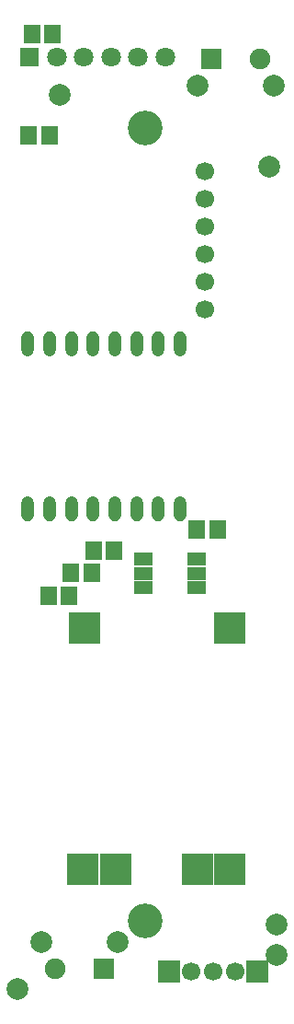
<source format=gbr>
G04 DipTrace 3.1.0.1*
G04 BottomMask.gbr*
%MOIN*%
G04 #@! TF.FileFunction,Soldermask,Bot*
G04 #@! TF.Part,Single*
%AMOUTLINE0*
4,1,20,
0.022461,0.044902,
0.021113,0.052585,
0.017218,0.059344,
0.011247,0.064364,
0.00392,0.067037,
-0.003881,0.067045,
-0.011214,0.064382,
-0.017193,0.059374,
-0.0211,0.052622,
-0.022461,0.044941,
-0.022461,0.00002,
-0.021113,-0.007664,
-0.017218,-0.014423,
-0.011247,-0.019442,
-0.00392,-0.022115,
0.003881,-0.022123,
0.011214,-0.019461,
0.017193,-0.014453,
0.0211,-0.007701,
0.022461,-0.00002,
0.022461,0.044902,
0*%
%AMOUTLINE1*
4,1,20,
-0.022461,-0.044902,
-0.021113,-0.052585,
-0.017218,-0.059344,
-0.011247,-0.064364,
-0.00392,-0.067037,
0.003881,-0.067045,
0.011214,-0.064382,
0.017193,-0.059374,
0.0211,-0.052622,
0.022461,-0.044941,
0.022461,-0.00002,
0.021113,0.007664,
0.017218,0.014423,
0.011247,0.019442,
0.00392,0.022115,
-0.003881,0.022123,
-0.011214,0.019461,
-0.017193,0.014453,
-0.0211,0.007701,
-0.022461,0.00002,
-0.022461,-0.044902,
0*%
%ADD31R,0.070866X0.070866*%
%ADD33C,0.066929*%
%ADD34C,0.070866*%
%ADD40C,0.07874*%
%ADD49R,0.066929X0.047244*%
%ADD51R,0.114173X0.114173*%
%ADD54C,0.07874*%
%ADD55C,0.074803*%
%ADD56R,0.074803X0.074803*%
%ADD58R,0.07874X0.07874*%
%ADD60C,0.125984*%
%ADD62C,0.125984*%
%ADD68R,0.059055X0.066929*%
%ADD78OUTLINE0*%
%ADD79OUTLINE1*%
%FSLAX26Y26*%
G04*
G70*
G90*
G75*
G01*
G04 BotMask*
%LPD*%
D40*
X476378Y460630D3*
X1413386Y582677D3*
X1389764Y3437008D3*
X629921Y3696850D3*
D31*
X519428Y3834089D3*
D34*
X617853D3*
X716278D3*
X814703D3*
X913129D3*
X1011554D3*
D78*
X513177Y2771478D3*
X591917D3*
X670657D3*
X749398D3*
X828138D3*
X906878D3*
X985618D3*
X1064358D3*
D79*
X513177Y2220297D3*
X591917D3*
X670657D3*
X749398D3*
X828138D3*
X906878D3*
X985618D3*
X1064358D3*
D62*
X937008Y704724D3*
D60*
Y3574803D3*
D68*
X663193Y1883885D3*
X588390D3*
X744451Y1965143D3*
X669648D3*
X825710Y2046402D3*
X750907D3*
X515748Y3551181D3*
X590551D3*
X1125741Y2121409D3*
X1200545D3*
X527559Y3917323D3*
X602362D3*
D33*
X1263780Y523622D3*
X1185039D3*
X1106299D3*
D58*
X1346457D3*
X1023622D3*
D56*
X787402Y531496D3*
D55*
X610236D3*
D54*
X836614Y629921D3*
X561024D3*
D56*
X1177165Y3826772D3*
D55*
X1354331D3*
D54*
X1127953Y3728346D3*
X1403543D3*
D33*
X1153543Y3421260D3*
Y3321260D3*
Y3221260D3*
Y3121260D3*
Y3021260D3*
Y2921260D3*
D51*
X1244504Y1765122D3*
X716945D3*
X713008Y893075D3*
X831118D3*
X1128362D3*
X1246472D3*
D49*
X1125741Y2015148D3*
Y1963967D3*
Y1912786D3*
X932828Y2015148D3*
Y1962392D3*
Y1913573D3*
D40*
X1413386Y692913D3*
M02*

</source>
